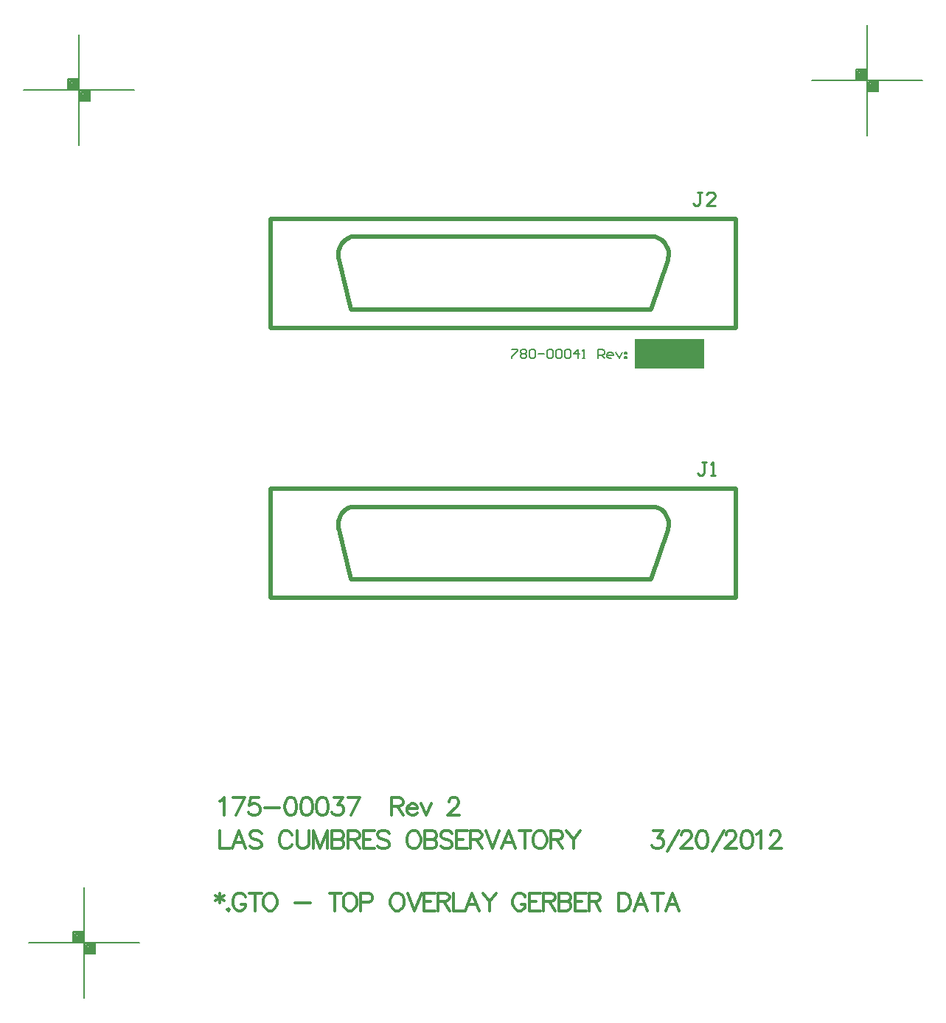
<source format=gto>
%FSLAX23Y23*%
%MOIN*%
G70*
G01*
G75*
G04 Layer_Color=65535*
%ADD10C,0.010*%
%ADD11C,0.012*%
%ADD12C,0.008*%
%ADD13C,0.012*%
%ADD14C,0.012*%
%ADD15C,0.069*%
%ADD16R,0.069X0.069*%
%ADD17C,0.177*%
%ADD18C,0.059*%
%ADD19R,0.059X0.059*%
%ADD20C,0.120*%
%ADD21R,0.120X0.120*%
%ADD22C,0.020*%
%ADD23C,0.050*%
%ADD24C,0.040*%
%ADD25C,0.087*%
G04:AMPARAMS|DCode=26|XSize=87.244mil|YSize=87.244mil|CornerRadius=0mil|HoleSize=0mil|Usage=FLASHONLY|Rotation=0.000|XOffset=0mil|YOffset=0mil|HoleType=Round|Shape=Relief|Width=10mil|Gap=10mil|Entries=4|*
%AMTHD26*
7,0,0,0.087,0.067,0.010,45*
%
%ADD26THD26*%
%ADD27C,0.162*%
%ADD28C,0.075*%
G04:AMPARAMS|DCode=29|XSize=110mil|YSize=110mil|CornerRadius=0mil|HoleSize=0mil|Usage=FLASHONLY|Rotation=0.000|XOffset=0mil|YOffset=0mil|HoleType=Round|Shape=Relief|Width=10mil|Gap=10mil|Entries=4|*
%AMTHD29*
7,0,0,0.110,0.090,0.010,45*
%
%ADD29THD29*%
%ADD30C,0.110*%
%ADD31C,0.068*%
G04:AMPARAMS|DCode=32|XSize=68mil|YSize=68mil|CornerRadius=0mil|HoleSize=0mil|Usage=FLASHONLY|Rotation=0.000|XOffset=0mil|YOffset=0mil|HoleType=Round|Shape=Relief|Width=10mil|Gap=10mil|Entries=4|*
%AMTHD32*
7,0,0,0.068,0.048,0.010,45*
%
%ADD32THD32*%
%ADD33C,0.005*%
%ADD34R,0.050X0.050*%
%ADD35R,0.272X0.268*%
%ADD36R,0.075X0.037*%
%ADD37R,0.050X0.050*%
%ADD38C,0.020*%
%ADD39R,0.315X0.135*%
D10*
X46600Y35281D02*
X46580D01*
X46590D01*
Y35231D01*
X46580Y35221D01*
X46570D01*
X46560Y35231D01*
X46620Y35221D02*
X46640D01*
X46630D01*
Y35281D01*
X46620Y35271D01*
X46580Y36501D02*
X46560D01*
X46570D01*
Y36451D01*
X46560Y36441D01*
X46550D01*
X46540Y36451D01*
X46640Y36441D02*
X46600D01*
X46640Y36481D01*
Y36491D01*
X46630Y36501D01*
X46610D01*
X46600Y36491D01*
D11*
X44398Y33331D02*
Y33285D01*
X44378Y33320D02*
X44417Y33297D01*
Y33320D02*
X44378Y33297D01*
X44437Y33259D02*
X44433Y33255D01*
X44437Y33251D01*
X44441Y33255D01*
X44437Y33259D01*
X44515Y33312D02*
X44511Y33320D01*
X44504Y33327D01*
X44496Y33331D01*
X44481D01*
X44473Y33327D01*
X44466Y33320D01*
X44462Y33312D01*
X44458Y33301D01*
Y33281D01*
X44462Y33270D01*
X44466Y33262D01*
X44473Y33255D01*
X44481Y33251D01*
X44496D01*
X44504Y33255D01*
X44511Y33262D01*
X44515Y33270D01*
Y33281D01*
X44496D02*
X44515D01*
X44560Y33331D02*
Y33251D01*
X44533Y33331D02*
X44587D01*
X44619D02*
X44612Y33327D01*
X44604Y33320D01*
X44600Y33312D01*
X44596Y33301D01*
Y33281D01*
X44600Y33270D01*
X44604Y33262D01*
X44612Y33255D01*
X44619Y33251D01*
X44634D01*
X44642Y33255D01*
X44650Y33262D01*
X44653Y33270D01*
X44657Y33281D01*
Y33301D01*
X44653Y33312D01*
X44650Y33320D01*
X44642Y33327D01*
X44634Y33331D01*
X44619D01*
X44739Y33285D02*
X44807D01*
X44920Y33331D02*
Y33251D01*
X44894Y33331D02*
X44947D01*
X44979D02*
X44972Y33327D01*
X44964Y33320D01*
X44960Y33312D01*
X44957Y33301D01*
Y33281D01*
X44960Y33270D01*
X44964Y33262D01*
X44972Y33255D01*
X44979Y33251D01*
X44995D01*
X45002Y33255D01*
X45010Y33262D01*
X45014Y33270D01*
X45018Y33281D01*
Y33301D01*
X45014Y33312D01*
X45010Y33320D01*
X45002Y33327D01*
X44995Y33331D01*
X44979D01*
X45036Y33289D02*
X45071D01*
X45082Y33293D01*
X45086Y33297D01*
X45090Y33304D01*
Y33316D01*
X45086Y33323D01*
X45082Y33327D01*
X45071Y33331D01*
X45036D01*
Y33251D01*
X45193Y33331D02*
X45186Y33327D01*
X45178Y33320D01*
X45174Y33312D01*
X45170Y33301D01*
Y33281D01*
X45174Y33270D01*
X45178Y33262D01*
X45186Y33255D01*
X45193Y33251D01*
X45208D01*
X45216Y33255D01*
X45224Y33262D01*
X45227Y33270D01*
X45231Y33281D01*
Y33301D01*
X45227Y33312D01*
X45224Y33320D01*
X45216Y33327D01*
X45208Y33331D01*
X45193D01*
X45250D02*
X45280Y33251D01*
X45311Y33331D02*
X45280Y33251D01*
X45371Y33331D02*
X45321D01*
Y33251D01*
X45371D01*
X45321Y33293D02*
X45352D01*
X45384Y33331D02*
Y33251D01*
Y33331D02*
X45418D01*
X45430Y33327D01*
X45433Y33323D01*
X45437Y33316D01*
Y33308D01*
X45433Y33301D01*
X45430Y33297D01*
X45418Y33293D01*
X45384D01*
X45411D02*
X45437Y33251D01*
X45455Y33331D02*
Y33251D01*
X45501D01*
X45571D02*
X45540Y33331D01*
X45510Y33251D01*
X45521Y33278D02*
X45559D01*
X45589Y33331D02*
X45620Y33293D01*
Y33251D01*
X45650Y33331D02*
X45620Y33293D01*
X45780Y33312D02*
X45777Y33320D01*
X45769Y33327D01*
X45761Y33331D01*
X45746D01*
X45739Y33327D01*
X45731Y33320D01*
X45727Y33312D01*
X45723Y33301D01*
Y33281D01*
X45727Y33270D01*
X45731Y33262D01*
X45739Y33255D01*
X45746Y33251D01*
X45761D01*
X45769Y33255D01*
X45777Y33262D01*
X45780Y33270D01*
Y33281D01*
X45761D02*
X45780D01*
X45848Y33331D02*
X45799D01*
Y33251D01*
X45848D01*
X45799Y33293D02*
X45829D01*
X45862Y33331D02*
Y33251D01*
Y33331D02*
X45896D01*
X45907Y33327D01*
X45911Y33323D01*
X45915Y33316D01*
Y33308D01*
X45911Y33301D01*
X45907Y33297D01*
X45896Y33293D01*
X45862D01*
X45888D02*
X45915Y33251D01*
X45933Y33331D02*
Y33251D01*
Y33331D02*
X45967D01*
X45979Y33327D01*
X45982Y33323D01*
X45986Y33316D01*
Y33308D01*
X45982Y33301D01*
X45979Y33297D01*
X45967Y33293D01*
X45933D02*
X45967D01*
X45979Y33289D01*
X45982Y33285D01*
X45986Y33278D01*
Y33266D01*
X45982Y33259D01*
X45979Y33255D01*
X45967Y33251D01*
X45933D01*
X46054Y33331D02*
X46004D01*
Y33251D01*
X46054D01*
X46004Y33293D02*
X46034D01*
X46067Y33331D02*
Y33251D01*
Y33331D02*
X46101D01*
X46113Y33327D01*
X46116Y33323D01*
X46120Y33316D01*
Y33308D01*
X46116Y33301D01*
X46113Y33297D01*
X46101Y33293D01*
X46067D01*
X46094D02*
X46120Y33251D01*
X46201Y33331D02*
Y33251D01*
Y33331D02*
X46228D01*
X46239Y33327D01*
X46247Y33320D01*
X46250Y33312D01*
X46254Y33301D01*
Y33281D01*
X46250Y33270D01*
X46247Y33262D01*
X46239Y33255D01*
X46228Y33251D01*
X46201D01*
X46333D02*
X46303Y33331D01*
X46272Y33251D01*
X46284Y33278D02*
X46322D01*
X46378Y33331D02*
Y33251D01*
X46352Y33331D02*
X46405D01*
X46476Y33251D02*
X46445Y33331D01*
X46415Y33251D01*
X46426Y33278D02*
X46464D01*
D12*
X47076Y37005D02*
X47576D01*
X47326Y36755D02*
Y37255D01*
X47376Y36955D02*
Y37005D01*
X47326Y36955D02*
X47376D01*
X47276Y37005D02*
Y37055D01*
X47326D01*
X47281Y37010D02*
X47321D01*
X47281D02*
Y37050D01*
X47321D01*
Y37010D02*
Y37050D01*
X47286Y37015D02*
X47316D01*
X47286D02*
Y37045D01*
X47316D01*
Y37020D02*
Y37045D01*
X47291Y37020D02*
X47311D01*
X47291D02*
Y37040D01*
X47311D01*
Y37025D02*
Y37040D01*
X47296Y37025D02*
X47306D01*
X47296D02*
Y37035D01*
X47306D01*
Y37025D02*
Y37035D01*
X47296Y37030D02*
X47306D01*
X47331Y36960D02*
X47371D01*
X47331D02*
Y37000D01*
X47371D01*
Y36960D02*
Y37000D01*
X47336Y36965D02*
X47366D01*
X47336D02*
Y36995D01*
X47366D01*
Y36970D02*
Y36995D01*
X47341Y36970D02*
X47361D01*
X47341D02*
Y36990D01*
X47361D01*
Y36975D02*
Y36990D01*
X47346Y36975D02*
X47356D01*
X47346D02*
Y36985D01*
X47356D01*
Y36975D02*
Y36985D01*
X47346Y36980D02*
X47356D01*
X43511Y36964D02*
X44011D01*
X43761Y36714D02*
Y37214D01*
X43811Y36914D02*
Y36964D01*
X43761Y36914D02*
X43811D01*
X43711Y36964D02*
Y37014D01*
X43761D01*
X43716Y36969D02*
X43756D01*
X43716D02*
Y37009D01*
X43756D01*
Y36969D02*
Y37009D01*
X43721Y36974D02*
X43751D01*
X43721D02*
Y37004D01*
X43751D01*
Y36979D02*
Y37004D01*
X43726Y36979D02*
X43746D01*
X43726D02*
Y36999D01*
X43746D01*
Y36984D02*
Y36999D01*
X43731Y36984D02*
X43741D01*
X43731D02*
Y36994D01*
X43741D01*
Y36984D02*
Y36994D01*
X43731Y36989D02*
X43741D01*
X43766Y36919D02*
X43806D01*
X43766D02*
Y36959D01*
X43806D01*
Y36919D02*
Y36959D01*
X43771Y36924D02*
X43801D01*
X43771D02*
Y36954D01*
X43801D01*
Y36929D02*
Y36954D01*
X43776Y36929D02*
X43796D01*
X43776D02*
Y36949D01*
X43796D01*
Y36934D02*
Y36949D01*
X43781Y36934D02*
X43791D01*
X43781D02*
Y36944D01*
X43791D01*
Y36934D02*
Y36944D01*
X43781Y36939D02*
X43791D01*
X43534Y33107D02*
X44034D01*
X43784Y32857D02*
Y33357D01*
X43834Y33057D02*
Y33107D01*
X43784Y33057D02*
X43834D01*
X43734Y33107D02*
Y33157D01*
X43784D01*
X43739Y33112D02*
X43779D01*
X43739D02*
Y33152D01*
X43779D01*
Y33112D02*
Y33152D01*
X43744Y33117D02*
X43774D01*
X43744D02*
Y33147D01*
X43774D01*
Y33122D02*
Y33147D01*
X43749Y33122D02*
X43769D01*
X43749D02*
Y33142D01*
X43769D01*
Y33127D02*
Y33142D01*
X43754Y33127D02*
X43764D01*
X43754D02*
Y33137D01*
X43764D01*
Y33127D02*
Y33137D01*
X43754Y33132D02*
X43764D01*
X43789Y33062D02*
X43829D01*
X43789D02*
Y33102D01*
X43829D01*
Y33062D02*
Y33102D01*
X43794Y33067D02*
X43824D01*
X43794D02*
Y33097D01*
X43824D01*
Y33072D02*
Y33097D01*
X43799Y33072D02*
X43819D01*
X43799D02*
Y33092D01*
X43819D01*
Y33077D02*
Y33092D01*
X43804Y33077D02*
X43814D01*
X43804D02*
Y33087D01*
X43814D01*
Y33077D02*
Y33087D01*
X43804Y33082D02*
X43814D01*
D13*
X44399Y33746D02*
X44407Y33750D01*
X44419Y33762D01*
Y33682D01*
X44511Y33762D02*
X44473Y33682D01*
X44458Y33762D02*
X44511D01*
X44575D02*
X44537D01*
X44533Y33727D01*
X44537Y33731D01*
X44548Y33735D01*
X44560D01*
X44571Y33731D01*
X44579Y33724D01*
X44583Y33712D01*
Y33704D01*
X44579Y33693D01*
X44571Y33685D01*
X44560Y33682D01*
X44548D01*
X44537Y33685D01*
X44533Y33689D01*
X44529Y33697D01*
X44601Y33716D02*
X44669D01*
X44716Y33762D02*
X44704Y33758D01*
X44697Y33746D01*
X44693Y33727D01*
Y33716D01*
X44697Y33697D01*
X44704Y33685D01*
X44716Y33682D01*
X44723D01*
X44735Y33685D01*
X44742Y33697D01*
X44746Y33716D01*
Y33727D01*
X44742Y33746D01*
X44735Y33758D01*
X44723Y33762D01*
X44716D01*
X44787D02*
X44775Y33758D01*
X44768Y33746D01*
X44764Y33727D01*
Y33716D01*
X44768Y33697D01*
X44775Y33685D01*
X44787Y33682D01*
X44794D01*
X44806Y33685D01*
X44814Y33697D01*
X44817Y33716D01*
Y33727D01*
X44814Y33746D01*
X44806Y33758D01*
X44794Y33762D01*
X44787D01*
X44858D02*
X44847Y33758D01*
X44839Y33746D01*
X44835Y33727D01*
Y33716D01*
X44839Y33697D01*
X44847Y33685D01*
X44858Y33682D01*
X44866D01*
X44877Y33685D01*
X44885Y33697D01*
X44889Y33716D01*
Y33727D01*
X44885Y33746D01*
X44877Y33758D01*
X44866Y33762D01*
X44858D01*
X44914D02*
X44956D01*
X44933Y33731D01*
X44945D01*
X44952Y33727D01*
X44956Y33724D01*
X44960Y33712D01*
Y33704D01*
X44956Y33693D01*
X44948Y33685D01*
X44937Y33682D01*
X44925D01*
X44914Y33685D01*
X44910Y33689D01*
X44906Y33697D01*
X45031Y33762D02*
X44993Y33682D01*
X44978Y33762D02*
X45031D01*
X45175D02*
Y33682D01*
Y33762D02*
X45209D01*
X45220Y33758D01*
X45224Y33754D01*
X45228Y33746D01*
Y33739D01*
X45224Y33731D01*
X45220Y33727D01*
X45209Y33724D01*
X45175D01*
X45201D02*
X45228Y33682D01*
X45246Y33712D02*
X45291D01*
Y33720D01*
X45288Y33727D01*
X45284Y33731D01*
X45276Y33735D01*
X45265D01*
X45257Y33731D01*
X45250Y33724D01*
X45246Y33712D01*
Y33704D01*
X45250Y33693D01*
X45257Y33685D01*
X45265Y33682D01*
X45276D01*
X45284Y33685D01*
X45291Y33693D01*
X45309Y33735D02*
X45331Y33682D01*
X45354Y33735D02*
X45331Y33682D01*
X45434Y33743D02*
Y33746D01*
X45438Y33754D01*
X45442Y33758D01*
X45449Y33762D01*
X45464D01*
X45472Y33758D01*
X45476Y33754D01*
X45480Y33746D01*
Y33739D01*
X45476Y33731D01*
X45468Y33720D01*
X45430Y33682D01*
X45483D01*
D14*
X44399Y33612D02*
Y33532D01*
X44445D01*
X44515D02*
X44484Y33612D01*
X44454Y33532D01*
X44465Y33558D02*
X44503D01*
X44587Y33600D02*
X44579Y33608D01*
X44568Y33612D01*
X44553D01*
X44541Y33608D01*
X44534Y33600D01*
Y33593D01*
X44537Y33585D01*
X44541Y33581D01*
X44549Y33577D01*
X44572Y33570D01*
X44579Y33566D01*
X44583Y33562D01*
X44587Y33554D01*
Y33543D01*
X44579Y33535D01*
X44568Y33532D01*
X44553D01*
X44541Y33535D01*
X44534Y33543D01*
X44725Y33593D02*
X44721Y33600D01*
X44713Y33608D01*
X44706Y33612D01*
X44690D01*
X44683Y33608D01*
X44675Y33600D01*
X44671Y33593D01*
X44668Y33581D01*
Y33562D01*
X44671Y33551D01*
X44675Y33543D01*
X44683Y33535D01*
X44690Y33532D01*
X44706D01*
X44713Y33535D01*
X44721Y33543D01*
X44725Y33551D01*
X44747Y33612D02*
Y33554D01*
X44751Y33543D01*
X44759Y33535D01*
X44770Y33532D01*
X44778D01*
X44789Y33535D01*
X44797Y33543D01*
X44801Y33554D01*
Y33612D01*
X44823D02*
Y33532D01*
Y33612D02*
X44853Y33532D01*
X44884Y33612D02*
X44853Y33532D01*
X44884Y33612D02*
Y33532D01*
X44906Y33612D02*
Y33532D01*
Y33612D02*
X44941D01*
X44952Y33608D01*
X44956Y33604D01*
X44960Y33596D01*
Y33589D01*
X44956Y33581D01*
X44952Y33577D01*
X44941Y33573D01*
X44906D02*
X44941D01*
X44952Y33570D01*
X44956Y33566D01*
X44960Y33558D01*
Y33547D01*
X44956Y33539D01*
X44952Y33535D01*
X44941Y33532D01*
X44906D01*
X44978Y33612D02*
Y33532D01*
Y33612D02*
X45012D01*
X45023Y33608D01*
X45027Y33604D01*
X45031Y33596D01*
Y33589D01*
X45027Y33581D01*
X45023Y33577D01*
X45012Y33573D01*
X44978D01*
X45004D02*
X45031Y33532D01*
X45098Y33612D02*
X45049D01*
Y33532D01*
X45098D01*
X45049Y33573D02*
X45079D01*
X45165Y33600D02*
X45157Y33608D01*
X45146Y33612D01*
X45131D01*
X45119Y33608D01*
X45112Y33600D01*
Y33593D01*
X45116Y33585D01*
X45119Y33581D01*
X45127Y33577D01*
X45150Y33570D01*
X45157Y33566D01*
X45161Y33562D01*
X45165Y33554D01*
Y33543D01*
X45157Y33535D01*
X45146Y33532D01*
X45131D01*
X45119Y33535D01*
X45112Y33543D01*
X45269Y33612D02*
X45261Y33608D01*
X45253Y33600D01*
X45250Y33593D01*
X45246Y33581D01*
Y33562D01*
X45250Y33551D01*
X45253Y33543D01*
X45261Y33535D01*
X45269Y33532D01*
X45284D01*
X45291Y33535D01*
X45299Y33543D01*
X45303Y33551D01*
X45307Y33562D01*
Y33581D01*
X45303Y33593D01*
X45299Y33600D01*
X45291Y33608D01*
X45284Y33612D01*
X45269D01*
X45325D02*
Y33532D01*
Y33612D02*
X45360D01*
X45371Y33608D01*
X45375Y33604D01*
X45379Y33596D01*
Y33589D01*
X45375Y33581D01*
X45371Y33577D01*
X45360Y33573D01*
X45325D02*
X45360D01*
X45371Y33570D01*
X45375Y33566D01*
X45379Y33558D01*
Y33547D01*
X45375Y33539D01*
X45371Y33535D01*
X45360Y33532D01*
X45325D01*
X45450Y33600D02*
X45442Y33608D01*
X45431Y33612D01*
X45416D01*
X45404Y33608D01*
X45397Y33600D01*
Y33593D01*
X45400Y33585D01*
X45404Y33581D01*
X45412Y33577D01*
X45435Y33570D01*
X45442Y33566D01*
X45446Y33562D01*
X45450Y33554D01*
Y33543D01*
X45442Y33535D01*
X45431Y33532D01*
X45416D01*
X45404Y33535D01*
X45397Y33543D01*
X45517Y33612D02*
X45468D01*
Y33532D01*
X45517D01*
X45468Y33573D02*
X45498D01*
X45531Y33612D02*
Y33532D01*
Y33612D02*
X45565D01*
X45576Y33608D01*
X45580Y33604D01*
X45584Y33596D01*
Y33589D01*
X45580Y33581D01*
X45576Y33577D01*
X45565Y33573D01*
X45531D01*
X45557D02*
X45584Y33532D01*
X45602Y33612D02*
X45632Y33532D01*
X45663Y33612D02*
X45632Y33532D01*
X45734D02*
X45704Y33612D01*
X45673Y33532D01*
X45685Y33558D02*
X45723D01*
X45779Y33612D02*
Y33532D01*
X45753Y33612D02*
X45806D01*
X45838D02*
X45831Y33608D01*
X45823Y33600D01*
X45819Y33593D01*
X45816Y33581D01*
Y33562D01*
X45819Y33551D01*
X45823Y33543D01*
X45831Y33535D01*
X45838Y33532D01*
X45854D01*
X45861Y33535D01*
X45869Y33543D01*
X45873Y33551D01*
X45877Y33562D01*
Y33581D01*
X45873Y33593D01*
X45869Y33600D01*
X45861Y33608D01*
X45854Y33612D01*
X45838D01*
X45895D02*
Y33532D01*
Y33612D02*
X45929D01*
X45941Y33608D01*
X45945Y33604D01*
X45948Y33596D01*
Y33589D01*
X45945Y33581D01*
X45941Y33577D01*
X45929Y33573D01*
X45895D01*
X45922D02*
X45948Y33532D01*
X45966Y33612D02*
X45997Y33573D01*
Y33532D01*
X46027Y33612D02*
X45997Y33573D01*
X46359Y33612D02*
X46401D01*
X46379Y33581D01*
X46390D01*
X46398Y33577D01*
X46401Y33573D01*
X46405Y33562D01*
Y33554D01*
X46401Y33543D01*
X46394Y33535D01*
X46382Y33532D01*
X46371D01*
X46359Y33535D01*
X46356Y33539D01*
X46352Y33547D01*
X46423Y33520D02*
X46476Y33612D01*
X46486Y33593D02*
Y33596D01*
X46489Y33604D01*
X46493Y33608D01*
X46501Y33612D01*
X46516D01*
X46524Y33608D01*
X46527Y33604D01*
X46531Y33596D01*
Y33589D01*
X46527Y33581D01*
X46520Y33570D01*
X46482Y33532D01*
X46535D01*
X46576Y33612D02*
X46564Y33608D01*
X46557Y33596D01*
X46553Y33577D01*
Y33566D01*
X46557Y33547D01*
X46564Y33535D01*
X46576Y33532D01*
X46583D01*
X46595Y33535D01*
X46602Y33547D01*
X46606Y33566D01*
Y33577D01*
X46602Y33596D01*
X46595Y33608D01*
X46583Y33612D01*
X46576D01*
X46624Y33520D02*
X46677Y33612D01*
X46687Y33593D02*
Y33596D01*
X46690Y33604D01*
X46694Y33608D01*
X46702Y33612D01*
X46717D01*
X46725Y33608D01*
X46729Y33604D01*
X46732Y33596D01*
Y33589D01*
X46729Y33581D01*
X46721Y33570D01*
X46683Y33532D01*
X46736D01*
X46777Y33612D02*
X46765Y33608D01*
X46758Y33596D01*
X46754Y33577D01*
Y33566D01*
X46758Y33547D01*
X46765Y33535D01*
X46777Y33532D01*
X46785D01*
X46796Y33535D01*
X46804Y33547D01*
X46807Y33566D01*
Y33577D01*
X46804Y33596D01*
X46796Y33608D01*
X46785Y33612D01*
X46777D01*
X46825Y33596D02*
X46833Y33600D01*
X46844Y33612D01*
Y33532D01*
X46888Y33593D02*
Y33596D01*
X46892Y33604D01*
X46895Y33608D01*
X46903Y33612D01*
X46918D01*
X46926Y33608D01*
X46930Y33604D01*
X46933Y33596D01*
Y33589D01*
X46930Y33581D01*
X46922Y33570D01*
X46884Y33532D01*
X46937D01*
D33*
X45717Y35790D02*
X45744D01*
Y35783D01*
X45717Y35757D01*
Y35750D01*
X45757Y35783D02*
X45764Y35790D01*
X45777D01*
X45784Y35783D01*
Y35777D01*
X45777Y35770D01*
X45784Y35763D01*
Y35757D01*
X45777Y35750D01*
X45764D01*
X45757Y35757D01*
Y35763D01*
X45764Y35770D01*
X45757Y35777D01*
Y35783D01*
X45764Y35770D02*
X45777D01*
X45797Y35783D02*
X45804Y35790D01*
X45817D01*
X45824Y35783D01*
Y35757D01*
X45817Y35750D01*
X45804D01*
X45797Y35757D01*
Y35783D01*
X45837Y35770D02*
X45864D01*
X45877Y35783D02*
X45884Y35790D01*
X45897D01*
X45904Y35783D01*
Y35757D01*
X45897Y35750D01*
X45884D01*
X45877Y35757D01*
Y35783D01*
X45917D02*
X45924Y35790D01*
X45937D01*
X45944Y35783D01*
Y35757D01*
X45937Y35750D01*
X45924D01*
X45917Y35757D01*
Y35783D01*
X45957D02*
X45964Y35790D01*
X45977D01*
X45984Y35783D01*
Y35757D01*
X45977Y35750D01*
X45964D01*
X45957Y35757D01*
Y35783D01*
X46017Y35750D02*
Y35790D01*
X45997Y35770D01*
X46024D01*
X46037Y35750D02*
X46050D01*
X46044D01*
Y35790D01*
X46037Y35783D01*
X46110Y35750D02*
Y35790D01*
X46130D01*
X46137Y35783D01*
Y35770D01*
X46130Y35763D01*
X46110D01*
X46124D02*
X46137Y35750D01*
X46170D02*
X46157D01*
X46150Y35757D01*
Y35770D01*
X46157Y35777D01*
X46170D01*
X46177Y35770D01*
Y35763D01*
X46150D01*
X46190Y35777D02*
X46204Y35750D01*
X46217Y35777D01*
X46230D02*
X46237D01*
Y35770D01*
X46230D01*
Y35777D01*
Y35757D02*
X46237D01*
Y35750D01*
X46230D01*
Y35757D01*
D38*
X44992Y36298D02*
X44983Y36294D01*
X44974Y36289D01*
X44966Y36283D01*
X44958Y36276D01*
X44952Y36269D01*
X44946Y36260D01*
X44941Y36251D01*
X44938Y36242D01*
X44936Y36232D01*
X44935Y36222D01*
X44935Y36212D01*
X44936Y36202D01*
X44939Y36192D01*
X46424D02*
X46426Y36202D01*
X46427Y36212D01*
X46428Y36222D01*
X46427Y36232D01*
X46424Y36242D01*
X46421Y36251D01*
X46416Y36260D01*
X46411Y36269D01*
X46404Y36276D01*
X46397Y36283D01*
X46388Y36289D01*
X46379Y36294D01*
X46370Y36298D01*
X46424Y34972D02*
X46426Y34981D01*
X46427Y34991D01*
X46428Y35002D01*
X46427Y35012D01*
X46424Y35021D01*
X46421Y35031D01*
X46416Y35040D01*
X46411Y35048D01*
X46404Y35056D01*
X46397Y35063D01*
X46388Y35069D01*
X46379Y35073D01*
X46370Y35077D01*
X44992D02*
X44983Y35073D01*
X44974Y35069D01*
X44966Y35063D01*
X44958Y35056D01*
X44952Y35048D01*
X44946Y35040D01*
X44941Y35031D01*
X44938Y35021D01*
X44936Y35012D01*
X44935Y35002D01*
X44935Y34991D01*
X44936Y34981D01*
X44939Y34972D01*
X45681Y35886D02*
X46732D01*
Y36380D01*
X44630D02*
X46732D01*
X44630Y35886D02*
Y36380D01*
Y35886D02*
X45681D01*
X44992Y35969D02*
X45681D01*
X46350D01*
X44996Y36298D02*
X46367D01*
X44939Y36192D02*
X44992Y35969D01*
X46350D02*
X46424Y36192D01*
X46350Y34748D02*
X46424Y34972D01*
X44939D02*
X44992Y34748D01*
X44996Y35077D02*
X46367D01*
X45681Y34748D02*
X46350D01*
X44992D02*
X45681D01*
X44630Y34666D02*
X45681D01*
X44630D02*
Y35160D01*
X46732D01*
Y34666D02*
Y35160D01*
X45681Y34666D02*
X46732D01*
D39*
X46433Y35770D02*
D03*
M02*

</source>
